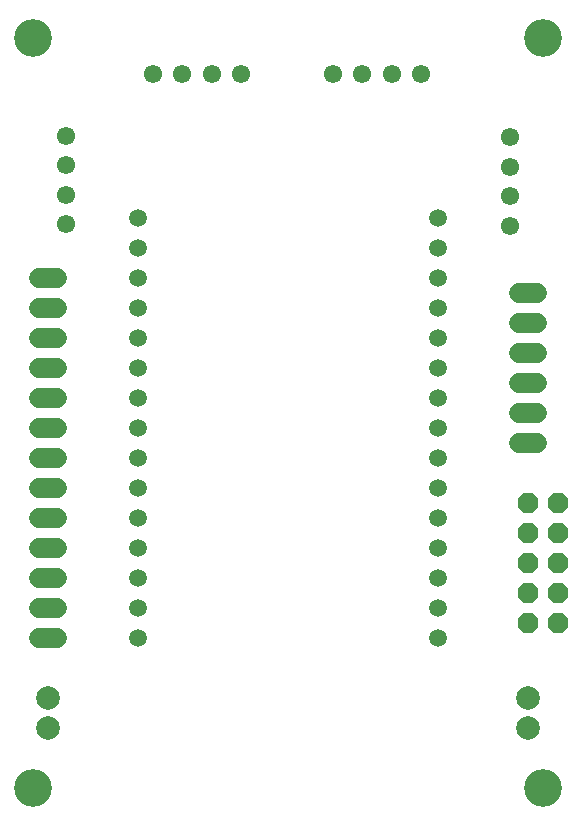
<source format=gbr>
G04 EAGLE Gerber RS-274X export*
G75*
%MOMM*%
%FSLAX34Y34*%
%LPD*%
%INSoldermask Bottom*%
%IPPOS*%
%AMOC8*
5,1,8,0,0,1.08239X$1,22.5*%
G01*
G04 Define Apertures*
%ADD10C,3.200400*%
%ADD11C,1.551200*%
%ADD12C,2.003200*%
%ADD13P,1.8695X8X292.5*%
%ADD14C,1.727200*%
%ADD15C,1.511200*%
D10*
X215900Y241300D03*
X-215900Y241300D03*
X-215900Y-393954D03*
X215900Y-393700D03*
D11*
X-114300Y210820D03*
X-89300Y210820D03*
X-64300Y210820D03*
X-39300Y210820D03*
X38100Y210820D03*
X63100Y210820D03*
X88100Y210820D03*
X113100Y210820D03*
X-187960Y83820D03*
X-187960Y108820D03*
X-187960Y133820D03*
X-187960Y158820D03*
X187960Y157480D03*
X187960Y132480D03*
X187960Y107480D03*
X187960Y82480D03*
D12*
X203200Y-342900D03*
X203200Y-317500D03*
X-203200Y-342900D03*
X-203200Y-317500D03*
D13*
X203200Y-152400D03*
X228600Y-152400D03*
X203200Y-177800D03*
X228600Y-177800D03*
X203200Y-203200D03*
X228600Y-203200D03*
X203200Y-228600D03*
X228600Y-228600D03*
X203200Y-254000D03*
X228600Y-254000D03*
D14*
X-195580Y38100D02*
X-210820Y38100D01*
X-210820Y12700D02*
X-195580Y12700D01*
X-195580Y-12700D02*
X-210820Y-12700D01*
X-210820Y-38100D02*
X-195580Y-38100D01*
X-195580Y-63500D02*
X-210820Y-63500D01*
X-210820Y-88900D02*
X-195580Y-88900D01*
X-195580Y-114300D02*
X-210820Y-114300D01*
X-210820Y-139700D02*
X-195580Y-139700D01*
X-195580Y-165100D02*
X-210820Y-165100D01*
X-210820Y-190500D02*
X-195580Y-190500D01*
X-195580Y-215900D02*
X-210820Y-215900D01*
X-210820Y-241300D02*
X-195580Y-241300D01*
X-195580Y-266700D02*
X-210820Y-266700D01*
X195580Y25400D02*
X210820Y25400D01*
X210820Y0D02*
X195580Y0D01*
X195580Y-25400D02*
X210820Y-25400D01*
X210820Y-50800D02*
X195580Y-50800D01*
X195580Y-76200D02*
X210820Y-76200D01*
X210820Y-101600D02*
X195580Y-101600D01*
D15*
X-127000Y88900D03*
X-127000Y63500D03*
X-127000Y38100D03*
X-127000Y12700D03*
X-127000Y-12700D03*
X-127000Y-38100D03*
X-127000Y-63500D03*
X-127000Y-88900D03*
X-127000Y-114300D03*
X-127000Y-139700D03*
X-127000Y-165100D03*
X-127000Y-190500D03*
X-127000Y-215900D03*
X-127000Y-241300D03*
X-127000Y-266700D03*
X127000Y88900D03*
X127000Y63500D03*
X127000Y38100D03*
X127000Y12700D03*
X127000Y-12700D03*
X127000Y-38100D03*
X127000Y-63500D03*
X127000Y-88900D03*
X127000Y-114300D03*
X127000Y-139700D03*
X127000Y-165100D03*
X127000Y-190500D03*
X127000Y-215900D03*
X127000Y-241300D03*
X127000Y-266700D03*
M02*

</source>
